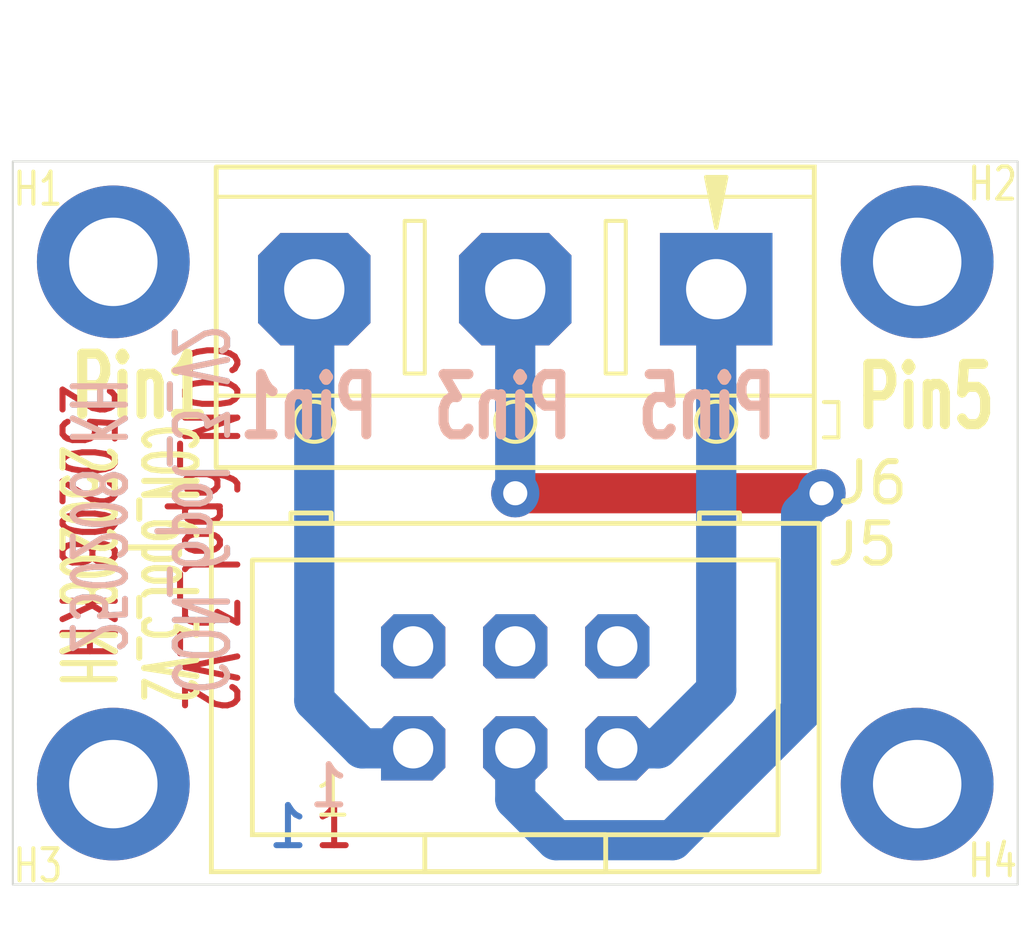
<source format=kicad_pcb>
(kicad_pcb (version 20240108) (generator "pcbnew") (generator_version "8.0")
  (layers (0 "F.Cu" signal) (31 "B.Cu" signal) (34 "B.Paste" user) (35 "F.Paste" user) (36 "B.SilkS" user "B.Silkscreen") (37 "F.SilkS" user "F.Silkscreen") (38 "B.Mask" user) (39 "F.Mask" user) (44 "Edge.Cuts" user))
  (net 0 "")
  (net 1 "/Pin1")
  (net 2 "/Pin3")
  (net 3 "/Pin5")
  (footprint "_kh_library:MountingHole_2.2mm_M2_Pad_TopBottom_kh" (layer "F.Cu") (at 62.07 36.45)
    (property "Reference" "H4" (at 1.875 1.905 0) (layer "F.SilkS") (effects (font (size 0.8 0.6) (thickness 0.1) (bold yes))))
    (property "Value" "MountingHole")
    (pad "1" thru_hole circle (at 0 0) (size 2.6 2.6) (drill 2.2) (layers "*.Cu" "*.Mask"))
    (pad "1" connect circle (at 0 0) (size 3.8 3.8) (layers "F.Cu" "F.Mask"))
    (pad "1" connect circle (at 0 0) (size 3.8 3.8) (layers "B.Cu" "B.Mask"))
  )
  (footprint "_kh_library:MountingHole_2.2mm_M2_Pad_TopBottom_kh" (layer "F.Cu") (at 42.07 36.45)
    (property "Reference" "H3" (at -1.875 2.031 0) (layer "F.SilkS") (effects (font (size 0.8 0.6) (thickness 0.1))))
    (property "Value" "MountingHole")
    (pad "1" thru_hole circle (at 0 0) (size 2.6 2.6) (drill 2.2) (layers "*.Cu" "*.Mask"))
    (pad "1" connect circle (at 0 0) (size 3.8 3.8) (layers "F.Cu" "F.Mask"))
    (pad "1" connect circle (at 0 0) (size 3.8 3.8) (layers "B.Cu" "B.Mask"))
  )
  (footprint "_kh_library:Box_02x03_P2.54mm_Vertical_kh" (layer "F.Cu") (at 49.53 35.56)
    (property "Reference" "J5" (at 11.176 -5.08 360) (layer "F.SilkS"))
    (property "Value" "Box_02x03_P2.54_Vertical")
    (fp_rect (start -5.02 3.07) (end 10.1 -5.6) (stroke (width 0.12)) (fill none) (layer "F.SilkS"))
    (fp_rect (start -4 2.15) (end 9.08 -4.69) (stroke (width 0.12)) (fill none) (layer "F.SilkS"))
    (fp_rect (start -3.04 -5.6) (end -2.04 -5.86) (stroke (width 0.12)) (fill none) (layer "F.SilkS"))
    (fp_rect (start 0.29 3.07) (end 4.79 2.15) (stroke (width 0.12)) (fill none) (layer "F.SilkS"))
    (fp_rect (start 7.12 -5.6) (end 8.12 -5.86) (stroke (width 0.12)) (fill none) (layer "F.SilkS"))
    (fp_text user "1" (at -2.54 1.778 0) (layer "F.SilkS") (effects (font (thickness 0.1)) (justify left bottom)))
    (pad "1" thru_hole roundrect (at 0 0) (size 1.6 1.6) (drill 1) (layers "*.Cu" "*.Mask") (roundrect_rratio 0) (chamfer_ratio 0.2) (chamfer top_left top_right bottom_right) (net 1 "/Pin1"))
    (pad "2" thru_hole roundrect (at 0 -2.54) (size 1.6 1.6) (drill 1) (layers "*.Cu" "*.Mask") (roundrect_rratio 0) (chamfer_ratio 0.2) (chamfer top_left top_right bottom_left bottom_right))
    (pad "3" thru_hole roundrect (at 2.54 0) (size 1.6 1.6) (drill 1) (layers "*.Cu" "*.Mask") (roundrect_rratio 0) (chamfer_ratio 0.2) (chamfer top_left top_right bottom_left bottom_right) (net 2 "/Pin3"))
    (pad "4" thru_hole roundrect (at 2.54 -2.54) (size 1.6 1.6) (drill 1) (layers "*.Cu" "*.Mask") (roundrect_rratio 0) (chamfer_ratio 0.2) (chamfer top_left top_right bottom_left bottom_right))
    (pad "5" thru_hole roundrect (at 5.08 0) (size 1.6 1.6) (drill 1) (layers "*.Cu" "*.Mask") (roundrect_rratio 0) (chamfer_ratio 0.2) (chamfer top_left top_right bottom_left bottom_right) (net 3 "/Pin5"))
    (pad "6" thru_hole roundrect (at 5.08 -2.54) (size 1.6 1.6) (drill 1) (layers "*.Cu" "*.Mask") (roundrect_rratio 0) (chamfer_ratio 0.2) (chamfer top_left top_right bottom_left bottom_right))
  )
  (footprint "_kh_library:MountingHole_2.2mm_M2_Pad_TopBottom_kh" (layer "F.Cu") (at 42.07 23.45)
    (property "Reference" "H1" (at -1.875 -1.812 0) (layer "F.SilkS") (effects (font (size 0.8 0.6) (thickness 0.1))))
    (property "Value" "MountingHole")
    (pad "1" thru_hole circle (at 0 0) (size 2.6 2.6) (drill 2.2) (layers "*.Cu" "*.Mask"))
    (pad "1" connect circle (at 0 0) (size 3.8 3.8) (layers "F.Cu" "F.Mask"))
    (pad "1" connect circle (at 0 0) (size 3.8 3.8) (layers "B.Cu" "B.Mask"))
  )
  (footprint "_kh_library:Screw_Terminal_01x03_P5" (layer "F.Cu") (at 57.07 24.13 -90)
    (property "Reference" "J6" (at 4.826 -3.89 0) (layer "F.SilkS"))
    (property "Value" "Screw_Terminal_01x03_P5")
    (fp_line (start -2.3 -2.44) (end -2.3 12.44) (stroke (width 0.1)) (layer "F.SilkS"))
    (fp_line (start 2.65 -2.44) (end 2.65 12.44) (stroke (width 0.1)) (layer "F.SilkS"))
    (fp_line (start 2.81 -3.04) (end 2.81 -2.68) (stroke (width 0.1)) (layer "F.SilkS"))
    (fp_line (start 2.81 -3.04) (end 3.69 -3.04) (stroke (width 0.1)) (layer "F.SilkS"))
    (fp_line (start 3.69 -3.04) (end 3.69 -2.68) (stroke (width 0.1)) (layer "F.SilkS"))
    (fp_rect (start -1.7 7.25) (end 2.1 7.75) (stroke (width 0.1)) (fill none) (layer "F.SilkS"))
    (fp_rect (start -1.7 2.25) (end 2.1 2.75) (stroke (width 0.1)) (fill none) (layer "F.SilkS"))
    (fp_rect (start -3.04 -2.44) (end 4.44 12.44) (stroke (width 0.12)) (fill none) (layer "F.SilkS"))
    (fp_circle (center 3.3 10) (end 3.8 10) (stroke (width 0.1)) (fill none) (layer "F.SilkS"))
    (fp_circle (center 3.3 5) (end 3.8 5) (stroke (width 0.1)) (fill none) (layer "F.SilkS"))
    (fp_circle (center 3.3 0) (end 3.8 0) (stroke (width 0.1)) (fill none) (layer "F.SilkS"))
    (fp_poly (pts (xy -2.794 -0.254) (xy -1.524 0) (xy -2.794 0.254)) (stroke (width 0.1)) (fill solid) (layer "F.SilkS"))
    (pad "1" thru_hole rect (at 0 0 270) (size 2.8 2.8) (drill 1.5) (layers "*.Cu" "*.Mask") (net 3 "/Pin5"))
    (pad "2" thru_hole roundrect (at 0 5 270) (size 2.8 2.8) (drill 1.5) (layers "*.Cu" "*.Mask") (roundrect_rratio 0) (chamfer_ratio 0.2) (chamfer top_left top_right bottom_left bottom_right) (net 2 "/Pin3"))
    (pad "3" thru_hole roundrect (at 0 10 270) (size 2.8 2.8) (drill 1.5) (layers "*.Cu" "*.Mask") (roundrect_rratio 0) (chamfer_ratio 0.2) (chamfer top_left top_right bottom_left bottom_right) (net 1 "/Pin1"))
  )
  (footprint "_kh_library:MountingHole_2.2mm_M2_Pad_TopBottom_kh" (layer "F.Cu") (at 62.07 23.45)
    (property "Reference" "H2" (at 1.875 -1.939 0) (layer "F.SilkS") (effects (font (size 0.8 0.6) (thickness 0.1) (bold yes))))
    (property "Value" "MountingHole")
    (pad "1" thru_hole circle (at 0 0) (size 2.6 2.6) (drill 2.2) (layers "*.Cu" "*.Mask"))
    (pad "1" connect circle (at 0 0) (size 3.8 3.8) (layers "F.Cu" "F.Mask"))
    (pad "1" connect circle (at 0 0) (size 3.8 3.8) (layers "B.Cu" "B.Mask"))
  )
  (gr_rect (start 39.57 20.95) (end 64.57 38.95) (stroke (width 0.05)) (fill none) (layer "Edge.Cuts"))
  (gr_text "250208 KH" (at 40.64 26.416 270) (layer "F.Cu") (effects (font (size 1.3 0.8) (thickness 0.15) (bold yes)) (justify left bottom)))
  (gr_text "1" (at 46.99 38.1 0) (layer "F.Cu") (effects (font (size 1 1) (thickness 0.15) (bold yes)) (justify left bottom)))
  (gr_text "CON_6pol_3_V2" (at 43.688 25.4 270) (layer "F.Cu") (effects (font (size 1.3 0.8) (thickness 0.15) (bold yes)) (justify left bottom)))
  (gr_text "1" (at 46.99 38.1 0) (layer "B.Cu") (effects (font (size 1 1) (thickness 0.15) (bold yes)) (justify left bottom mirror)))
  (gr_text "250208 KH" (at 40.894 33.274 270) (layer "B.Cu") (effects (font (size 1.3 0.8) (thickness 0.15) (bold yes)) (justify left bottom mirror)))
  (gr_text "CON_6pol_3_V2" (at 43.434 34.29 270) (layer "B.Cu") (effects (font (size 1.3 0.8) (thickness 0.15) (bold yes)) (justify left bottom mirror)))
  (gr_text "Pin5" (at 58.674 27.94 0) (layer "B.SilkS") (effects (font (size 1.5 1) (thickness 0.25) (bold yes)) (justify left bottom mirror)))
  (gr_text "CON_6pol_3_V2" (at 43.434 34.29 270) (layer "B.SilkS") (effects (font (size 1.3 0.8) (thickness 0.15) (bold yes)) (justify left bottom mirror)))
  (gr_text "Pin1" (at 48.768 27.94 0) (layer "B.SilkS") (effects (font (size 1.5 1) (thickness 0.25) (bold yes)) (justify left bottom mirror)))
  (gr_text "1" (at 48.006 37.084 0) (layer "B.SilkS") (effects (font (size 1 1) (thickness 0.15) (bold yes)) (justify left bottom mirror)))
  (gr_text "Pin3" (at 53.594 27.94 0) (layer "B.SilkS") (effects (font (size 1.5 1) (thickness 0.25) (bold yes)) (justify left bottom mirror)))
  (gr_text "250208 KH" (at 40.894 33.274 270) (layer "B.SilkS") (effects (font (size 1.3 0.8) (thickness 0.15) (bold yes)) (justify left bottom mirror)))
  (gr_text "Pin5" (at 60.452 27.686 0) (layer "F.SilkS") (effects (font (size 1.5 1) (thickness 0.25) (bold yes)) (justify left bottom)))
  (gr_text "CON_6pol_3_V2" (at 42.672 27.432 270) (layer "F.SilkS") (effects (font (size 1.3 0.6) (thickness 0.15) (bold yes)) (justify left bottom)))
  (gr_text "Pin1" (at 40.894 27.432 0) (layer "F.SilkS") (effects (font (size 1.5 1) (thickness 0.25) (bold yes)) (justify left bottom)))
  (gr_text "250208 KH" (at 40.64 27.94 270) (layer "F.SilkS") (effects (font (size 1.3 0.7) (thickness 0.15) (bold yes)) (justify left bottom)))
  (segment (start 49.53 35.56) (end 48.26 35.56) (width 1) (layer "B.Cu") (net 1))
  (segment (start 48.26 35.56) (end 47.07 34.37) (width 1) (layer "B.Cu") (net 1))
  (segment (start 47.07 34.37) (end 47.07 24.13) (width 1) (layer "B.Cu") (net 1))
  (segment (start 59.69 29.21) (end 52.07 29.21) (width 1) (layer "F.Cu") (net 2))
  (via (at 52.07 29.21) (size 1.2) (drill 0.6) (layers "F.Cu" "B.Cu") (net 2))
  (via (at 59.69 29.21) (size 1.2) (drill 0.6) (layers "F.Cu" "B.Cu") (net 2))
  (segment (start 55.984 37.846) (end 59.182 34.648) (width 1) (layer "B.Cu") (net 2))
  (segment (start 52.07 36.83) (end 53.086 37.846) (width 1) (layer "B.Cu") (net 2))
  (segment (start 53.086 37.846) (end 55.984 37.846) (width 1) (layer "B.Cu") (net 2))
  (segment (start 59.182 34.648) (end 59.182 29.718) (width 1) (layer "B.Cu") (net 2))
  (segment (start 52.07 29.21) (end 52.07 24.13) (width 1) (layer "B.Cu") (net 2))
  (segment (start 52.07 35.56) (end 52.07 36.83) (width 1) (layer "B.Cu") (net 2))
  (segment (start 59.182 29.718) (end 59.69 29.21) (width 1) (layer "B.Cu") (net 2))
  (segment (start 55.626 35.56) (end 57.07 34.116) (width 1) (layer "B.Cu") (net 3))
  (segment (start 54.61 35.56) (end 55.626 35.56) (width 1) (layer "B.Cu") (net 3))
  (segment (start 57.07 34.116) (end 57.07 24.13) (width 1) (layer "B.Cu") (net 3))
)
</source>
